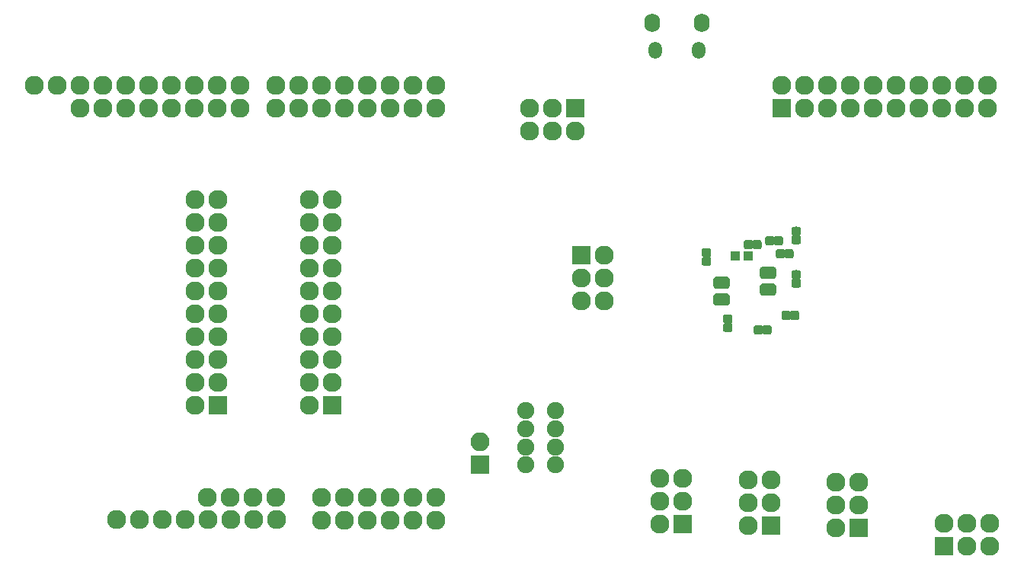
<source format=gbr>
G04 #@! TF.GenerationSoftware,KiCad,Pcbnew,6.0.0-rc1-unknown-r13540.595666d46.fc27*
G04 #@! TF.CreationDate,2018-10-03T14:03:05+02:00*
G04 #@! TF.ProjectId,Bricoleur-pcb,427269636F6C6575722D7063622E6B69,rev?*
G04 #@! TF.SameCoordinates,Original*
G04 #@! TF.FileFunction,Soldermask,Bot*
G04 #@! TF.FilePolarity,Negative*
%FSLAX46Y46*%
G04 Gerber Fmt 4.6, Leading zero omitted, Abs format (unit mm)*
G04 Created by KiCad (PCBNEW 6.0.0-rc1-unknown-r13540.595666d46.fc27) date Wed Oct  3 14:03:05 2018*
%MOMM*%
%LPD*%
G01*
G04 APERTURE LIST*
%ADD10O,2.127200X2.127200*%
%ADD11R,2.127200X2.127200*%
%ADD12C,1.900000*%
%ADD13C,2.127200*%
%ADD14O,2.100000X2.100000*%
%ADD15R,2.100000X2.100000*%
%ADD16O,1.500000X1.900000*%
%ADD17O,1.750000X2.100000*%
%ADD18C,0.100000*%
%ADD19C,0.990000*%
%ADD20C,1.375000*%
%ADD21R,1.100000X1.100000*%
G04 APERTURE END LIST*
D10*
G04 #@! TO.C,U8*
X96996100Y-135426100D03*
X94456100Y-135426100D03*
X96996100Y-132886100D03*
X94456100Y-132886100D03*
X96996100Y-130346100D03*
D11*
X94456100Y-130346100D03*
G04 #@! TD*
D12*
G04 #@! TO.C,U11*
X91634600Y-147644500D03*
X88334600Y-147644500D03*
X91634600Y-149644500D03*
X91634600Y-151644500D03*
X91634600Y-153644500D03*
X88334600Y-149644500D03*
X88334600Y-151644500D03*
X88334600Y-153644500D03*
G04 #@! TD*
D11*
G04 #@! TO.C,J3*
X93795700Y-114020500D03*
D10*
X93795700Y-116560500D03*
X91255700Y-114020500D03*
X91255700Y-116560500D03*
X88715700Y-114020500D03*
X88715700Y-116560500D03*
G04 #@! TD*
D13*
G04 #@! TO.C,U2*
X60577647Y-157258115D03*
X58037647Y-157258115D03*
X55497647Y-157258115D03*
X60589979Y-159692907D03*
X58049979Y-159692907D03*
X55509979Y-159692907D03*
X52969979Y-159692907D03*
X50429979Y-159692907D03*
X47889979Y-159692907D03*
X45349979Y-159692907D03*
X60577647Y-111423815D03*
X65657647Y-159798115D03*
X33665979Y-111432907D03*
X38745979Y-113972907D03*
X42809979Y-159692907D03*
X52957647Y-157258115D03*
X68197647Y-159798115D03*
X70737647Y-159798115D03*
X73277647Y-159798115D03*
X75817647Y-159798115D03*
X78357647Y-159798115D03*
X65657647Y-157258115D03*
X68197647Y-157258115D03*
X70737647Y-157258115D03*
X73277647Y-157258115D03*
X75817647Y-157258115D03*
X78357647Y-157258115D03*
X36205979Y-111432907D03*
X38745979Y-111432907D03*
X41285979Y-111432907D03*
X43825979Y-111432907D03*
X46365979Y-111432907D03*
X48905979Y-111432907D03*
X51445979Y-111432907D03*
X53985979Y-111432907D03*
X56525979Y-111432907D03*
X41285979Y-113972907D03*
X43825979Y-113972907D03*
X46365979Y-113972907D03*
X48905979Y-113972907D03*
X51445979Y-113972907D03*
X53985979Y-113972907D03*
X56525979Y-113972907D03*
X63117647Y-111423815D03*
X65657647Y-111423815D03*
X68197647Y-111423815D03*
X70737647Y-111423815D03*
X73277647Y-111423815D03*
X75817647Y-111423815D03*
X78357647Y-111423815D03*
X60577647Y-113963815D03*
X63117647Y-113963815D03*
X65657647Y-113963815D03*
X68197647Y-113963815D03*
X70737647Y-113963815D03*
X73277647Y-113963815D03*
X75817647Y-113963815D03*
X78357647Y-113963815D03*
G04 #@! TD*
D10*
G04 #@! TO.C,U5*
X51559711Y-124184663D03*
X54099711Y-124184663D03*
X51559711Y-126724663D03*
X54099711Y-126724663D03*
X51559711Y-129264663D03*
X54099711Y-129264663D03*
X51559711Y-131804663D03*
X54099711Y-131804663D03*
X51559711Y-134344663D03*
X54099711Y-134344663D03*
X51559711Y-136884663D03*
X54099711Y-136884663D03*
X51559711Y-139424663D03*
X54099711Y-139424663D03*
X51559711Y-141964663D03*
X54099711Y-141964663D03*
X51559711Y-144504663D03*
X54099711Y-144504663D03*
X51559711Y-147044663D03*
D11*
X54099711Y-147044663D03*
G04 #@! TD*
D10*
G04 #@! TO.C,U6*
X64259711Y-124184663D03*
X66799711Y-124184663D03*
X64259711Y-126724663D03*
X66799711Y-126724663D03*
X64259711Y-129264663D03*
X66799711Y-129264663D03*
X64259711Y-131804663D03*
X66799711Y-131804663D03*
X64259711Y-134344663D03*
X66799711Y-134344663D03*
X64259711Y-136884663D03*
X66799711Y-136884663D03*
X64259711Y-139424663D03*
X66799711Y-139424663D03*
X64259711Y-141964663D03*
X66799711Y-141964663D03*
X64259711Y-144504663D03*
X66799711Y-144504663D03*
X64259711Y-147044663D03*
D11*
X66799711Y-147044663D03*
G04 #@! TD*
D10*
G04 #@! TO.C,U3*
X112998100Y-155279500D03*
X115538100Y-155279500D03*
X112998100Y-157819500D03*
X115538100Y-157819500D03*
X112998100Y-160359500D03*
D11*
X115538100Y-160359500D03*
G04 #@! TD*
D14*
G04 #@! TO.C,TP1*
X83254600Y-151104500D03*
D15*
X83254600Y-153644500D03*
G04 #@! TD*
D16*
G04 #@! TO.C,J1*
X107543600Y-107523500D03*
X102703600Y-107523500D03*
D17*
X107853600Y-104523500D03*
X102393600Y-104523500D03*
G04 #@! TD*
D10*
G04 #@! TO.C,U4*
X122796100Y-155533500D03*
X125336100Y-155533500D03*
X122796100Y-158073500D03*
X125336100Y-158073500D03*
X122796100Y-160613500D03*
D11*
X125336100Y-160613500D03*
G04 #@! TD*
D10*
G04 #@! TO.C,J4*
X139908750Y-160104510D03*
X139908750Y-162644510D03*
X137368750Y-160104510D03*
X137368750Y-162644510D03*
X134828750Y-160104510D03*
D11*
X134828750Y-162644510D03*
G04 #@! TD*
D18*
G04 #@! TO.C,C17*
G36*
X118470244Y-136506407D02*
X118494270Y-136509971D01*
X118517830Y-136515872D01*
X118540699Y-136524055D01*
X118562656Y-136534439D01*
X118583489Y-136546926D01*
X118602997Y-136561395D01*
X118620994Y-136577706D01*
X118637305Y-136595703D01*
X118651774Y-136615211D01*
X118664261Y-136636044D01*
X118674645Y-136658001D01*
X118682828Y-136680870D01*
X118688729Y-136704430D01*
X118692293Y-136728456D01*
X118693485Y-136752715D01*
X118693485Y-137297715D01*
X118692293Y-137321974D01*
X118688729Y-137346000D01*
X118682828Y-137369560D01*
X118674645Y-137392429D01*
X118664261Y-137414386D01*
X118651774Y-137435219D01*
X118637305Y-137454727D01*
X118620994Y-137472724D01*
X118602997Y-137489035D01*
X118583489Y-137503504D01*
X118562656Y-137515991D01*
X118540699Y-137526375D01*
X118517830Y-137534558D01*
X118494270Y-137540459D01*
X118470244Y-137544023D01*
X118445985Y-137545215D01*
X117950985Y-137545215D01*
X117926726Y-137544023D01*
X117902700Y-137540459D01*
X117879140Y-137534558D01*
X117856271Y-137526375D01*
X117834314Y-137515991D01*
X117813481Y-137503504D01*
X117793973Y-137489035D01*
X117775976Y-137472724D01*
X117759665Y-137454727D01*
X117745196Y-137435219D01*
X117732709Y-137414386D01*
X117722325Y-137392429D01*
X117714142Y-137369560D01*
X117708241Y-137346000D01*
X117704677Y-137321974D01*
X117703485Y-137297715D01*
X117703485Y-136752715D01*
X117704677Y-136728456D01*
X117708241Y-136704430D01*
X117714142Y-136680870D01*
X117722325Y-136658001D01*
X117732709Y-136636044D01*
X117745196Y-136615211D01*
X117759665Y-136595703D01*
X117775976Y-136577706D01*
X117793973Y-136561395D01*
X117813481Y-136546926D01*
X117834314Y-136534439D01*
X117856271Y-136524055D01*
X117879140Y-136515872D01*
X117902700Y-136509971D01*
X117926726Y-136506407D01*
X117950985Y-136505215D01*
X118445985Y-136505215D01*
X118470244Y-136506407D01*
X118470244Y-136506407D01*
G37*
D19*
X118198485Y-137025215D03*
D18*
G36*
X117500244Y-136506407D02*
X117524270Y-136509971D01*
X117547830Y-136515872D01*
X117570699Y-136524055D01*
X117592656Y-136534439D01*
X117613489Y-136546926D01*
X117632997Y-136561395D01*
X117650994Y-136577706D01*
X117667305Y-136595703D01*
X117681774Y-136615211D01*
X117694261Y-136636044D01*
X117704645Y-136658001D01*
X117712828Y-136680870D01*
X117718729Y-136704430D01*
X117722293Y-136728456D01*
X117723485Y-136752715D01*
X117723485Y-137297715D01*
X117722293Y-137321974D01*
X117718729Y-137346000D01*
X117712828Y-137369560D01*
X117704645Y-137392429D01*
X117694261Y-137414386D01*
X117681774Y-137435219D01*
X117667305Y-137454727D01*
X117650994Y-137472724D01*
X117632997Y-137489035D01*
X117613489Y-137503504D01*
X117592656Y-137515991D01*
X117570699Y-137526375D01*
X117547830Y-137534558D01*
X117524270Y-137540459D01*
X117500244Y-137544023D01*
X117475985Y-137545215D01*
X116980985Y-137545215D01*
X116956726Y-137544023D01*
X116932700Y-137540459D01*
X116909140Y-137534558D01*
X116886271Y-137526375D01*
X116864314Y-137515991D01*
X116843481Y-137503504D01*
X116823973Y-137489035D01*
X116805976Y-137472724D01*
X116789665Y-137454727D01*
X116775196Y-137435219D01*
X116762709Y-137414386D01*
X116752325Y-137392429D01*
X116744142Y-137369560D01*
X116738241Y-137346000D01*
X116734677Y-137321974D01*
X116733485Y-137297715D01*
X116733485Y-136752715D01*
X116734677Y-136728456D01*
X116738241Y-136704430D01*
X116744142Y-136680870D01*
X116752325Y-136658001D01*
X116762709Y-136636044D01*
X116775196Y-136615211D01*
X116789665Y-136595703D01*
X116805976Y-136577706D01*
X116823973Y-136561395D01*
X116843481Y-136546926D01*
X116864314Y-136534439D01*
X116886271Y-136524055D01*
X116909140Y-136515872D01*
X116932700Y-136509971D01*
X116956726Y-136506407D01*
X116980985Y-136505215D01*
X117475985Y-136505215D01*
X117500244Y-136506407D01*
X117500244Y-136506407D01*
G37*
D19*
X117228485Y-137025215D03*
G04 #@! TD*
D10*
G04 #@! TO.C,U1*
X103238100Y-155152500D03*
X105778100Y-155152500D03*
X103238100Y-157692500D03*
X105778100Y-157692500D03*
X103238100Y-160232500D03*
D11*
X105778100Y-160232500D03*
G04 #@! TD*
D10*
G04 #@! TO.C,J2*
X139642600Y-111480500D03*
X139642600Y-114020500D03*
X137102600Y-111480500D03*
X137102600Y-114020500D03*
X134562600Y-111480500D03*
X134562600Y-114020500D03*
X132022600Y-111480500D03*
X132022600Y-114020500D03*
X129482600Y-111480500D03*
X129482600Y-114020500D03*
X126942600Y-111480500D03*
X126942600Y-114020500D03*
X124402600Y-111480500D03*
X124402600Y-114020500D03*
X121862600Y-111480500D03*
X121862600Y-114020500D03*
X119322600Y-111480500D03*
X119322600Y-114020500D03*
X116782600Y-111480500D03*
D11*
X116782600Y-114020500D03*
G04 #@! TD*
D18*
G04 #@! TO.C,C5*
G36*
X115827028Y-133471950D02*
X115860397Y-133476900D01*
X115893120Y-133485097D01*
X115924882Y-133496461D01*
X115955378Y-133510885D01*
X115984312Y-133528227D01*
X116011408Y-133548323D01*
X116036403Y-133570977D01*
X116059057Y-133595972D01*
X116079153Y-133623068D01*
X116096495Y-133652002D01*
X116110919Y-133682498D01*
X116122283Y-133714260D01*
X116130480Y-133746983D01*
X116135430Y-133780352D01*
X116137085Y-133814045D01*
X116137085Y-134501545D01*
X116135430Y-134535238D01*
X116130480Y-134568607D01*
X116122283Y-134601330D01*
X116110919Y-134633092D01*
X116096495Y-134663588D01*
X116079153Y-134692522D01*
X116059057Y-134719618D01*
X116036403Y-134744613D01*
X116011408Y-134767267D01*
X115984312Y-134787363D01*
X115955378Y-134804705D01*
X115924882Y-134819129D01*
X115893120Y-134830493D01*
X115860397Y-134838690D01*
X115827028Y-134843640D01*
X115793335Y-134845295D01*
X114680835Y-134845295D01*
X114647142Y-134843640D01*
X114613773Y-134838690D01*
X114581050Y-134830493D01*
X114549288Y-134819129D01*
X114518792Y-134804705D01*
X114489858Y-134787363D01*
X114462762Y-134767267D01*
X114437767Y-134744613D01*
X114415113Y-134719618D01*
X114395017Y-134692522D01*
X114377675Y-134663588D01*
X114363251Y-134633092D01*
X114351887Y-134601330D01*
X114343690Y-134568607D01*
X114338740Y-134535238D01*
X114337085Y-134501545D01*
X114337085Y-133814045D01*
X114338740Y-133780352D01*
X114343690Y-133746983D01*
X114351887Y-133714260D01*
X114363251Y-133682498D01*
X114377675Y-133652002D01*
X114395017Y-133623068D01*
X114415113Y-133595972D01*
X114437767Y-133570977D01*
X114462762Y-133548323D01*
X114489858Y-133528227D01*
X114518792Y-133510885D01*
X114549288Y-133496461D01*
X114581050Y-133485097D01*
X114613773Y-133476900D01*
X114647142Y-133471950D01*
X114680835Y-133470295D01*
X115793335Y-133470295D01*
X115827028Y-133471950D01*
X115827028Y-133471950D01*
G37*
D20*
X115237085Y-134157795D03*
D18*
G36*
X115827028Y-131596950D02*
X115860397Y-131601900D01*
X115893120Y-131610097D01*
X115924882Y-131621461D01*
X115955378Y-131635885D01*
X115984312Y-131653227D01*
X116011408Y-131673323D01*
X116036403Y-131695977D01*
X116059057Y-131720972D01*
X116079153Y-131748068D01*
X116096495Y-131777002D01*
X116110919Y-131807498D01*
X116122283Y-131839260D01*
X116130480Y-131871983D01*
X116135430Y-131905352D01*
X116137085Y-131939045D01*
X116137085Y-132626545D01*
X116135430Y-132660238D01*
X116130480Y-132693607D01*
X116122283Y-132726330D01*
X116110919Y-132758092D01*
X116096495Y-132788588D01*
X116079153Y-132817522D01*
X116059057Y-132844618D01*
X116036403Y-132869613D01*
X116011408Y-132892267D01*
X115984312Y-132912363D01*
X115955378Y-132929705D01*
X115924882Y-132944129D01*
X115893120Y-132955493D01*
X115860397Y-132963690D01*
X115827028Y-132968640D01*
X115793335Y-132970295D01*
X114680835Y-132970295D01*
X114647142Y-132968640D01*
X114613773Y-132963690D01*
X114581050Y-132955493D01*
X114549288Y-132944129D01*
X114518792Y-132929705D01*
X114489858Y-132912363D01*
X114462762Y-132892267D01*
X114437767Y-132869613D01*
X114415113Y-132844618D01*
X114395017Y-132817522D01*
X114377675Y-132788588D01*
X114363251Y-132758092D01*
X114351887Y-132726330D01*
X114343690Y-132693607D01*
X114338740Y-132660238D01*
X114337085Y-132626545D01*
X114337085Y-131939045D01*
X114338740Y-131905352D01*
X114343690Y-131871983D01*
X114351887Y-131839260D01*
X114363251Y-131807498D01*
X114377675Y-131777002D01*
X114395017Y-131748068D01*
X114415113Y-131720972D01*
X114437767Y-131695977D01*
X114462762Y-131673323D01*
X114489858Y-131653227D01*
X114518792Y-131635885D01*
X114549288Y-131621461D01*
X114581050Y-131610097D01*
X114613773Y-131601900D01*
X114647142Y-131596950D01*
X114680835Y-131595295D01*
X115793335Y-131595295D01*
X115827028Y-131596950D01*
X115827028Y-131596950D01*
G37*
D20*
X115237085Y-132282795D03*
G04 #@! TD*
D18*
G04 #@! TO.C,C6*
G36*
X118660344Y-132957487D02*
X118684370Y-132961051D01*
X118707930Y-132966952D01*
X118730799Y-132975135D01*
X118752756Y-132985519D01*
X118773589Y-132998006D01*
X118793097Y-133012475D01*
X118811094Y-133028786D01*
X118827405Y-133046783D01*
X118841874Y-133066291D01*
X118854361Y-133087124D01*
X118864745Y-133109081D01*
X118872928Y-133131950D01*
X118878829Y-133155510D01*
X118882393Y-133179536D01*
X118883585Y-133203795D01*
X118883585Y-133698795D01*
X118882393Y-133723054D01*
X118878829Y-133747080D01*
X118872928Y-133770640D01*
X118864745Y-133793509D01*
X118854361Y-133815466D01*
X118841874Y-133836299D01*
X118827405Y-133855807D01*
X118811094Y-133873804D01*
X118793097Y-133890115D01*
X118773589Y-133904584D01*
X118752756Y-133917071D01*
X118730799Y-133927455D01*
X118707930Y-133935638D01*
X118684370Y-133941539D01*
X118660344Y-133945103D01*
X118636085Y-133946295D01*
X118091085Y-133946295D01*
X118066826Y-133945103D01*
X118042800Y-133941539D01*
X118019240Y-133935638D01*
X117996371Y-133927455D01*
X117974414Y-133917071D01*
X117953581Y-133904584D01*
X117934073Y-133890115D01*
X117916076Y-133873804D01*
X117899765Y-133855807D01*
X117885296Y-133836299D01*
X117872809Y-133815466D01*
X117862425Y-133793509D01*
X117854242Y-133770640D01*
X117848341Y-133747080D01*
X117844777Y-133723054D01*
X117843585Y-133698795D01*
X117843585Y-133203795D01*
X117844777Y-133179536D01*
X117848341Y-133155510D01*
X117854242Y-133131950D01*
X117862425Y-133109081D01*
X117872809Y-133087124D01*
X117885296Y-133066291D01*
X117899765Y-133046783D01*
X117916076Y-133028786D01*
X117934073Y-133012475D01*
X117953581Y-132998006D01*
X117974414Y-132985519D01*
X117996371Y-132975135D01*
X118019240Y-132966952D01*
X118042800Y-132961051D01*
X118066826Y-132957487D01*
X118091085Y-132956295D01*
X118636085Y-132956295D01*
X118660344Y-132957487D01*
X118660344Y-132957487D01*
G37*
D19*
X118363585Y-133451295D03*
D18*
G36*
X118660344Y-131987487D02*
X118684370Y-131991051D01*
X118707930Y-131996952D01*
X118730799Y-132005135D01*
X118752756Y-132015519D01*
X118773589Y-132028006D01*
X118793097Y-132042475D01*
X118811094Y-132058786D01*
X118827405Y-132076783D01*
X118841874Y-132096291D01*
X118854361Y-132117124D01*
X118864745Y-132139081D01*
X118872928Y-132161950D01*
X118878829Y-132185510D01*
X118882393Y-132209536D01*
X118883585Y-132233795D01*
X118883585Y-132728795D01*
X118882393Y-132753054D01*
X118878829Y-132777080D01*
X118872928Y-132800640D01*
X118864745Y-132823509D01*
X118854361Y-132845466D01*
X118841874Y-132866299D01*
X118827405Y-132885807D01*
X118811094Y-132903804D01*
X118793097Y-132920115D01*
X118773589Y-132934584D01*
X118752756Y-132947071D01*
X118730799Y-132957455D01*
X118707930Y-132965638D01*
X118684370Y-132971539D01*
X118660344Y-132975103D01*
X118636085Y-132976295D01*
X118091085Y-132976295D01*
X118066826Y-132975103D01*
X118042800Y-132971539D01*
X118019240Y-132965638D01*
X117996371Y-132957455D01*
X117974414Y-132947071D01*
X117953581Y-132934584D01*
X117934073Y-132920115D01*
X117916076Y-132903804D01*
X117899765Y-132885807D01*
X117885296Y-132866299D01*
X117872809Y-132845466D01*
X117862425Y-132823509D01*
X117854242Y-132800640D01*
X117848341Y-132777080D01*
X117844777Y-132753054D01*
X117843585Y-132728795D01*
X117843585Y-132233795D01*
X117844777Y-132209536D01*
X117848341Y-132185510D01*
X117854242Y-132161950D01*
X117862425Y-132139081D01*
X117872809Y-132117124D01*
X117885296Y-132096291D01*
X117899765Y-132076783D01*
X117916076Y-132058786D01*
X117934073Y-132042475D01*
X117953581Y-132028006D01*
X117974414Y-132015519D01*
X117996371Y-132005135D01*
X118019240Y-131996952D01*
X118042800Y-131991051D01*
X118066826Y-131987487D01*
X118091085Y-131986295D01*
X118636085Y-131986295D01*
X118660344Y-131987487D01*
X118660344Y-131987487D01*
G37*
D19*
X118363585Y-132481295D03*
G04 #@! TD*
D18*
G04 #@! TO.C,C7*
G36*
X118660344Y-127161487D02*
X118684370Y-127165051D01*
X118707930Y-127170952D01*
X118730799Y-127179135D01*
X118752756Y-127189519D01*
X118773589Y-127202006D01*
X118793097Y-127216475D01*
X118811094Y-127232786D01*
X118827405Y-127250783D01*
X118841874Y-127270291D01*
X118854361Y-127291124D01*
X118864745Y-127313081D01*
X118872928Y-127335950D01*
X118878829Y-127359510D01*
X118882393Y-127383536D01*
X118883585Y-127407795D01*
X118883585Y-127902795D01*
X118882393Y-127927054D01*
X118878829Y-127951080D01*
X118872928Y-127974640D01*
X118864745Y-127997509D01*
X118854361Y-128019466D01*
X118841874Y-128040299D01*
X118827405Y-128059807D01*
X118811094Y-128077804D01*
X118793097Y-128094115D01*
X118773589Y-128108584D01*
X118752756Y-128121071D01*
X118730799Y-128131455D01*
X118707930Y-128139638D01*
X118684370Y-128145539D01*
X118660344Y-128149103D01*
X118636085Y-128150295D01*
X118091085Y-128150295D01*
X118066826Y-128149103D01*
X118042800Y-128145539D01*
X118019240Y-128139638D01*
X117996371Y-128131455D01*
X117974414Y-128121071D01*
X117953581Y-128108584D01*
X117934073Y-128094115D01*
X117916076Y-128077804D01*
X117899765Y-128059807D01*
X117885296Y-128040299D01*
X117872809Y-128019466D01*
X117862425Y-127997509D01*
X117854242Y-127974640D01*
X117848341Y-127951080D01*
X117844777Y-127927054D01*
X117843585Y-127902795D01*
X117843585Y-127407795D01*
X117844777Y-127383536D01*
X117848341Y-127359510D01*
X117854242Y-127335950D01*
X117862425Y-127313081D01*
X117872809Y-127291124D01*
X117885296Y-127270291D01*
X117899765Y-127250783D01*
X117916076Y-127232786D01*
X117934073Y-127216475D01*
X117953581Y-127202006D01*
X117974414Y-127189519D01*
X117996371Y-127179135D01*
X118019240Y-127170952D01*
X118042800Y-127165051D01*
X118066826Y-127161487D01*
X118091085Y-127160295D01*
X118636085Y-127160295D01*
X118660344Y-127161487D01*
X118660344Y-127161487D01*
G37*
D19*
X118363585Y-127655295D03*
D18*
G36*
X118660344Y-128131487D02*
X118684370Y-128135051D01*
X118707930Y-128140952D01*
X118730799Y-128149135D01*
X118752756Y-128159519D01*
X118773589Y-128172006D01*
X118793097Y-128186475D01*
X118811094Y-128202786D01*
X118827405Y-128220783D01*
X118841874Y-128240291D01*
X118854361Y-128261124D01*
X118864745Y-128283081D01*
X118872928Y-128305950D01*
X118878829Y-128329510D01*
X118882393Y-128353536D01*
X118883585Y-128377795D01*
X118883585Y-128872795D01*
X118882393Y-128897054D01*
X118878829Y-128921080D01*
X118872928Y-128944640D01*
X118864745Y-128967509D01*
X118854361Y-128989466D01*
X118841874Y-129010299D01*
X118827405Y-129029807D01*
X118811094Y-129047804D01*
X118793097Y-129064115D01*
X118773589Y-129078584D01*
X118752756Y-129091071D01*
X118730799Y-129101455D01*
X118707930Y-129109638D01*
X118684370Y-129115539D01*
X118660344Y-129119103D01*
X118636085Y-129120295D01*
X118091085Y-129120295D01*
X118066826Y-129119103D01*
X118042800Y-129115539D01*
X118019240Y-129109638D01*
X117996371Y-129101455D01*
X117974414Y-129091071D01*
X117953581Y-129078584D01*
X117934073Y-129064115D01*
X117916076Y-129047804D01*
X117899765Y-129029807D01*
X117885296Y-129010299D01*
X117872809Y-128989466D01*
X117862425Y-128967509D01*
X117854242Y-128944640D01*
X117848341Y-128921080D01*
X117844777Y-128897054D01*
X117843585Y-128872795D01*
X117843585Y-128377795D01*
X117844777Y-128353536D01*
X117848341Y-128329510D01*
X117854242Y-128305950D01*
X117862425Y-128283081D01*
X117872809Y-128261124D01*
X117885296Y-128240291D01*
X117899765Y-128220783D01*
X117916076Y-128202786D01*
X117934073Y-128186475D01*
X117953581Y-128172006D01*
X117974414Y-128159519D01*
X117996371Y-128149135D01*
X118019240Y-128140952D01*
X118042800Y-128135051D01*
X118066826Y-128131487D01*
X118091085Y-128130295D01*
X118636085Y-128130295D01*
X118660344Y-128131487D01*
X118660344Y-128131487D01*
G37*
D19*
X118363585Y-128625295D03*
G04 #@! TD*
D18*
G04 #@! TO.C,C8*
G36*
X111065744Y-136910007D02*
X111089770Y-136913571D01*
X111113330Y-136919472D01*
X111136199Y-136927655D01*
X111158156Y-136938039D01*
X111178989Y-136950526D01*
X111198497Y-136964995D01*
X111216494Y-136981306D01*
X111232805Y-136999303D01*
X111247274Y-137018811D01*
X111259761Y-137039644D01*
X111270145Y-137061601D01*
X111278328Y-137084470D01*
X111284229Y-137108030D01*
X111287793Y-137132056D01*
X111288985Y-137156315D01*
X111288985Y-137651315D01*
X111287793Y-137675574D01*
X111284229Y-137699600D01*
X111278328Y-137723160D01*
X111270145Y-137746029D01*
X111259761Y-137767986D01*
X111247274Y-137788819D01*
X111232805Y-137808327D01*
X111216494Y-137826324D01*
X111198497Y-137842635D01*
X111178989Y-137857104D01*
X111158156Y-137869591D01*
X111136199Y-137879975D01*
X111113330Y-137888158D01*
X111089770Y-137894059D01*
X111065744Y-137897623D01*
X111041485Y-137898815D01*
X110496485Y-137898815D01*
X110472226Y-137897623D01*
X110448200Y-137894059D01*
X110424640Y-137888158D01*
X110401771Y-137879975D01*
X110379814Y-137869591D01*
X110358981Y-137857104D01*
X110339473Y-137842635D01*
X110321476Y-137826324D01*
X110305165Y-137808327D01*
X110290696Y-137788819D01*
X110278209Y-137767986D01*
X110267825Y-137746029D01*
X110259642Y-137723160D01*
X110253741Y-137699600D01*
X110250177Y-137675574D01*
X110248985Y-137651315D01*
X110248985Y-137156315D01*
X110250177Y-137132056D01*
X110253741Y-137108030D01*
X110259642Y-137084470D01*
X110267825Y-137061601D01*
X110278209Y-137039644D01*
X110290696Y-137018811D01*
X110305165Y-136999303D01*
X110321476Y-136981306D01*
X110339473Y-136964995D01*
X110358981Y-136950526D01*
X110379814Y-136938039D01*
X110401771Y-136927655D01*
X110424640Y-136919472D01*
X110448200Y-136913571D01*
X110472226Y-136910007D01*
X110496485Y-136908815D01*
X111041485Y-136908815D01*
X111065744Y-136910007D01*
X111065744Y-136910007D01*
G37*
D19*
X110768985Y-137403815D03*
D18*
G36*
X111065744Y-137880007D02*
X111089770Y-137883571D01*
X111113330Y-137889472D01*
X111136199Y-137897655D01*
X111158156Y-137908039D01*
X111178989Y-137920526D01*
X111198497Y-137934995D01*
X111216494Y-137951306D01*
X111232805Y-137969303D01*
X111247274Y-137988811D01*
X111259761Y-138009644D01*
X111270145Y-138031601D01*
X111278328Y-138054470D01*
X111284229Y-138078030D01*
X111287793Y-138102056D01*
X111288985Y-138126315D01*
X111288985Y-138621315D01*
X111287793Y-138645574D01*
X111284229Y-138669600D01*
X111278328Y-138693160D01*
X111270145Y-138716029D01*
X111259761Y-138737986D01*
X111247274Y-138758819D01*
X111232805Y-138778327D01*
X111216494Y-138796324D01*
X111198497Y-138812635D01*
X111178989Y-138827104D01*
X111158156Y-138839591D01*
X111136199Y-138849975D01*
X111113330Y-138858158D01*
X111089770Y-138864059D01*
X111065744Y-138867623D01*
X111041485Y-138868815D01*
X110496485Y-138868815D01*
X110472226Y-138867623D01*
X110448200Y-138864059D01*
X110424640Y-138858158D01*
X110401771Y-138849975D01*
X110379814Y-138839591D01*
X110358981Y-138827104D01*
X110339473Y-138812635D01*
X110321476Y-138796324D01*
X110305165Y-138778327D01*
X110290696Y-138758819D01*
X110278209Y-138737986D01*
X110267825Y-138716029D01*
X110259642Y-138693160D01*
X110253741Y-138669600D01*
X110250177Y-138645574D01*
X110248985Y-138621315D01*
X110248985Y-138126315D01*
X110250177Y-138102056D01*
X110253741Y-138078030D01*
X110259642Y-138054470D01*
X110267825Y-138031601D01*
X110278209Y-138009644D01*
X110290696Y-137988811D01*
X110305165Y-137969303D01*
X110321476Y-137951306D01*
X110339473Y-137934995D01*
X110358981Y-137920526D01*
X110379814Y-137908039D01*
X110401771Y-137897655D01*
X110424640Y-137889472D01*
X110448200Y-137883571D01*
X110472226Y-137880007D01*
X110496485Y-137878815D01*
X111041485Y-137878815D01*
X111065744Y-137880007D01*
X111065744Y-137880007D01*
G37*
D19*
X110768985Y-138373815D03*
G04 #@! TD*
D18*
G04 #@! TO.C,C9*
G36*
X115699244Y-128226007D02*
X115723270Y-128229571D01*
X115746830Y-128235472D01*
X115769699Y-128243655D01*
X115791656Y-128254039D01*
X115812489Y-128266526D01*
X115831997Y-128280995D01*
X115849994Y-128297306D01*
X115866305Y-128315303D01*
X115880774Y-128334811D01*
X115893261Y-128355644D01*
X115903645Y-128377601D01*
X115911828Y-128400470D01*
X115917729Y-128424030D01*
X115921293Y-128448056D01*
X115922485Y-128472315D01*
X115922485Y-129017315D01*
X115921293Y-129041574D01*
X115917729Y-129065600D01*
X115911828Y-129089160D01*
X115903645Y-129112029D01*
X115893261Y-129133986D01*
X115880774Y-129154819D01*
X115866305Y-129174327D01*
X115849994Y-129192324D01*
X115831997Y-129208635D01*
X115812489Y-129223104D01*
X115791656Y-129235591D01*
X115769699Y-129245975D01*
X115746830Y-129254158D01*
X115723270Y-129260059D01*
X115699244Y-129263623D01*
X115674985Y-129264815D01*
X115179985Y-129264815D01*
X115155726Y-129263623D01*
X115131700Y-129260059D01*
X115108140Y-129254158D01*
X115085271Y-129245975D01*
X115063314Y-129235591D01*
X115042481Y-129223104D01*
X115022973Y-129208635D01*
X115004976Y-129192324D01*
X114988665Y-129174327D01*
X114974196Y-129154819D01*
X114961709Y-129133986D01*
X114951325Y-129112029D01*
X114943142Y-129089160D01*
X114937241Y-129065600D01*
X114933677Y-129041574D01*
X114932485Y-129017315D01*
X114932485Y-128472315D01*
X114933677Y-128448056D01*
X114937241Y-128424030D01*
X114943142Y-128400470D01*
X114951325Y-128377601D01*
X114961709Y-128355644D01*
X114974196Y-128334811D01*
X114988665Y-128315303D01*
X115004976Y-128297306D01*
X115022973Y-128280995D01*
X115042481Y-128266526D01*
X115063314Y-128254039D01*
X115085271Y-128243655D01*
X115108140Y-128235472D01*
X115131700Y-128229571D01*
X115155726Y-128226007D01*
X115179985Y-128224815D01*
X115674985Y-128224815D01*
X115699244Y-128226007D01*
X115699244Y-128226007D01*
G37*
D19*
X115427485Y-128744815D03*
D18*
G36*
X116669244Y-128226007D02*
X116693270Y-128229571D01*
X116716830Y-128235472D01*
X116739699Y-128243655D01*
X116761656Y-128254039D01*
X116782489Y-128266526D01*
X116801997Y-128280995D01*
X116819994Y-128297306D01*
X116836305Y-128315303D01*
X116850774Y-128334811D01*
X116863261Y-128355644D01*
X116873645Y-128377601D01*
X116881828Y-128400470D01*
X116887729Y-128424030D01*
X116891293Y-128448056D01*
X116892485Y-128472315D01*
X116892485Y-129017315D01*
X116891293Y-129041574D01*
X116887729Y-129065600D01*
X116881828Y-129089160D01*
X116873645Y-129112029D01*
X116863261Y-129133986D01*
X116850774Y-129154819D01*
X116836305Y-129174327D01*
X116819994Y-129192324D01*
X116801997Y-129208635D01*
X116782489Y-129223104D01*
X116761656Y-129235591D01*
X116739699Y-129245975D01*
X116716830Y-129254158D01*
X116693270Y-129260059D01*
X116669244Y-129263623D01*
X116644985Y-129264815D01*
X116149985Y-129264815D01*
X116125726Y-129263623D01*
X116101700Y-129260059D01*
X116078140Y-129254158D01*
X116055271Y-129245975D01*
X116033314Y-129235591D01*
X116012481Y-129223104D01*
X115992973Y-129208635D01*
X115974976Y-129192324D01*
X115958665Y-129174327D01*
X115944196Y-129154819D01*
X115931709Y-129133986D01*
X115921325Y-129112029D01*
X115913142Y-129089160D01*
X115907241Y-129065600D01*
X115903677Y-129041574D01*
X115902485Y-129017315D01*
X115902485Y-128472315D01*
X115903677Y-128448056D01*
X115907241Y-128424030D01*
X115913142Y-128400470D01*
X115921325Y-128377601D01*
X115931709Y-128355644D01*
X115944196Y-128334811D01*
X115958665Y-128315303D01*
X115974976Y-128297306D01*
X115992973Y-128280995D01*
X116012481Y-128266526D01*
X116033314Y-128254039D01*
X116055271Y-128243655D01*
X116078140Y-128235472D01*
X116101700Y-128229571D01*
X116125726Y-128226007D01*
X116149985Y-128224815D01*
X116644985Y-128224815D01*
X116669244Y-128226007D01*
X116669244Y-128226007D01*
G37*
D19*
X116397485Y-128744815D03*
G04 #@! TD*
D18*
G04 #@! TO.C,C10*
G36*
X116880344Y-129653487D02*
X116904370Y-129657051D01*
X116927930Y-129662952D01*
X116950799Y-129671135D01*
X116972756Y-129681519D01*
X116993589Y-129694006D01*
X117013097Y-129708475D01*
X117031094Y-129724786D01*
X117047405Y-129742783D01*
X117061874Y-129762291D01*
X117074361Y-129783124D01*
X117084745Y-129805081D01*
X117092928Y-129827950D01*
X117098829Y-129851510D01*
X117102393Y-129875536D01*
X117103585Y-129899795D01*
X117103585Y-130444795D01*
X117102393Y-130469054D01*
X117098829Y-130493080D01*
X117092928Y-130516640D01*
X117084745Y-130539509D01*
X117074361Y-130561466D01*
X117061874Y-130582299D01*
X117047405Y-130601807D01*
X117031094Y-130619804D01*
X117013097Y-130636115D01*
X116993589Y-130650584D01*
X116972756Y-130663071D01*
X116950799Y-130673455D01*
X116927930Y-130681638D01*
X116904370Y-130687539D01*
X116880344Y-130691103D01*
X116856085Y-130692295D01*
X116361085Y-130692295D01*
X116336826Y-130691103D01*
X116312800Y-130687539D01*
X116289240Y-130681638D01*
X116266371Y-130673455D01*
X116244414Y-130663071D01*
X116223581Y-130650584D01*
X116204073Y-130636115D01*
X116186076Y-130619804D01*
X116169765Y-130601807D01*
X116155296Y-130582299D01*
X116142809Y-130561466D01*
X116132425Y-130539509D01*
X116124242Y-130516640D01*
X116118341Y-130493080D01*
X116114777Y-130469054D01*
X116113585Y-130444795D01*
X116113585Y-129899795D01*
X116114777Y-129875536D01*
X116118341Y-129851510D01*
X116124242Y-129827950D01*
X116132425Y-129805081D01*
X116142809Y-129783124D01*
X116155296Y-129762291D01*
X116169765Y-129742783D01*
X116186076Y-129724786D01*
X116204073Y-129708475D01*
X116223581Y-129694006D01*
X116244414Y-129681519D01*
X116266371Y-129671135D01*
X116289240Y-129662952D01*
X116312800Y-129657051D01*
X116336826Y-129653487D01*
X116361085Y-129652295D01*
X116856085Y-129652295D01*
X116880344Y-129653487D01*
X116880344Y-129653487D01*
G37*
D19*
X116608585Y-130172295D03*
D18*
G36*
X117850344Y-129653487D02*
X117874370Y-129657051D01*
X117897930Y-129662952D01*
X117920799Y-129671135D01*
X117942756Y-129681519D01*
X117963589Y-129694006D01*
X117983097Y-129708475D01*
X118001094Y-129724786D01*
X118017405Y-129742783D01*
X118031874Y-129762291D01*
X118044361Y-129783124D01*
X118054745Y-129805081D01*
X118062928Y-129827950D01*
X118068829Y-129851510D01*
X118072393Y-129875536D01*
X118073585Y-129899795D01*
X118073585Y-130444795D01*
X118072393Y-130469054D01*
X118068829Y-130493080D01*
X118062928Y-130516640D01*
X118054745Y-130539509D01*
X118044361Y-130561466D01*
X118031874Y-130582299D01*
X118017405Y-130601807D01*
X118001094Y-130619804D01*
X117983097Y-130636115D01*
X117963589Y-130650584D01*
X117942756Y-130663071D01*
X117920799Y-130673455D01*
X117897930Y-130681638D01*
X117874370Y-130687539D01*
X117850344Y-130691103D01*
X117826085Y-130692295D01*
X117331085Y-130692295D01*
X117306826Y-130691103D01*
X117282800Y-130687539D01*
X117259240Y-130681638D01*
X117236371Y-130673455D01*
X117214414Y-130663071D01*
X117193581Y-130650584D01*
X117174073Y-130636115D01*
X117156076Y-130619804D01*
X117139765Y-130601807D01*
X117125296Y-130582299D01*
X117112809Y-130561466D01*
X117102425Y-130539509D01*
X117094242Y-130516640D01*
X117088341Y-130493080D01*
X117084777Y-130469054D01*
X117083585Y-130444795D01*
X117083585Y-129899795D01*
X117084777Y-129875536D01*
X117088341Y-129851510D01*
X117094242Y-129827950D01*
X117102425Y-129805081D01*
X117112809Y-129783124D01*
X117125296Y-129762291D01*
X117139765Y-129742783D01*
X117156076Y-129724786D01*
X117174073Y-129708475D01*
X117193581Y-129694006D01*
X117214414Y-129681519D01*
X117236371Y-129671135D01*
X117259240Y-129662952D01*
X117282800Y-129657051D01*
X117306826Y-129653487D01*
X117331085Y-129652295D01*
X117826085Y-129652295D01*
X117850344Y-129653487D01*
X117850344Y-129653487D01*
G37*
D19*
X117578585Y-130172295D03*
G04 #@! TD*
D18*
G04 #@! TO.C,C11*
G36*
X114429244Y-138132007D02*
X114453270Y-138135571D01*
X114476830Y-138141472D01*
X114499699Y-138149655D01*
X114521656Y-138160039D01*
X114542489Y-138172526D01*
X114561997Y-138186995D01*
X114579994Y-138203306D01*
X114596305Y-138221303D01*
X114610774Y-138240811D01*
X114623261Y-138261644D01*
X114633645Y-138283601D01*
X114641828Y-138306470D01*
X114647729Y-138330030D01*
X114651293Y-138354056D01*
X114652485Y-138378315D01*
X114652485Y-138923315D01*
X114651293Y-138947574D01*
X114647729Y-138971600D01*
X114641828Y-138995160D01*
X114633645Y-139018029D01*
X114623261Y-139039986D01*
X114610774Y-139060819D01*
X114596305Y-139080327D01*
X114579994Y-139098324D01*
X114561997Y-139114635D01*
X114542489Y-139129104D01*
X114521656Y-139141591D01*
X114499699Y-139151975D01*
X114476830Y-139160158D01*
X114453270Y-139166059D01*
X114429244Y-139169623D01*
X114404985Y-139170815D01*
X113909985Y-139170815D01*
X113885726Y-139169623D01*
X113861700Y-139166059D01*
X113838140Y-139160158D01*
X113815271Y-139151975D01*
X113793314Y-139141591D01*
X113772481Y-139129104D01*
X113752973Y-139114635D01*
X113734976Y-139098324D01*
X113718665Y-139080327D01*
X113704196Y-139060819D01*
X113691709Y-139039986D01*
X113681325Y-139018029D01*
X113673142Y-138995160D01*
X113667241Y-138971600D01*
X113663677Y-138947574D01*
X113662485Y-138923315D01*
X113662485Y-138378315D01*
X113663677Y-138354056D01*
X113667241Y-138330030D01*
X113673142Y-138306470D01*
X113681325Y-138283601D01*
X113691709Y-138261644D01*
X113704196Y-138240811D01*
X113718665Y-138221303D01*
X113734976Y-138203306D01*
X113752973Y-138186995D01*
X113772481Y-138172526D01*
X113793314Y-138160039D01*
X113815271Y-138149655D01*
X113838140Y-138141472D01*
X113861700Y-138135571D01*
X113885726Y-138132007D01*
X113909985Y-138130815D01*
X114404985Y-138130815D01*
X114429244Y-138132007D01*
X114429244Y-138132007D01*
G37*
D19*
X114157485Y-138650815D03*
D18*
G36*
X115399244Y-138132007D02*
X115423270Y-138135571D01*
X115446830Y-138141472D01*
X115469699Y-138149655D01*
X115491656Y-138160039D01*
X115512489Y-138172526D01*
X115531997Y-138186995D01*
X115549994Y-138203306D01*
X115566305Y-138221303D01*
X115580774Y-138240811D01*
X115593261Y-138261644D01*
X115603645Y-138283601D01*
X115611828Y-138306470D01*
X115617729Y-138330030D01*
X115621293Y-138354056D01*
X115622485Y-138378315D01*
X115622485Y-138923315D01*
X115621293Y-138947574D01*
X115617729Y-138971600D01*
X115611828Y-138995160D01*
X115603645Y-139018029D01*
X115593261Y-139039986D01*
X115580774Y-139060819D01*
X115566305Y-139080327D01*
X115549994Y-139098324D01*
X115531997Y-139114635D01*
X115512489Y-139129104D01*
X115491656Y-139141591D01*
X115469699Y-139151975D01*
X115446830Y-139160158D01*
X115423270Y-139166059D01*
X115399244Y-139169623D01*
X115374985Y-139170815D01*
X114879985Y-139170815D01*
X114855726Y-139169623D01*
X114831700Y-139166059D01*
X114808140Y-139160158D01*
X114785271Y-139151975D01*
X114763314Y-139141591D01*
X114742481Y-139129104D01*
X114722973Y-139114635D01*
X114704976Y-139098324D01*
X114688665Y-139080327D01*
X114674196Y-139060819D01*
X114661709Y-139039986D01*
X114651325Y-139018029D01*
X114643142Y-138995160D01*
X114637241Y-138971600D01*
X114633677Y-138947574D01*
X114632485Y-138923315D01*
X114632485Y-138378315D01*
X114633677Y-138354056D01*
X114637241Y-138330030D01*
X114643142Y-138306470D01*
X114651325Y-138283601D01*
X114661709Y-138261644D01*
X114674196Y-138240811D01*
X114688665Y-138221303D01*
X114704976Y-138203306D01*
X114722973Y-138186995D01*
X114742481Y-138172526D01*
X114763314Y-138160039D01*
X114785271Y-138149655D01*
X114808140Y-138141472D01*
X114831700Y-138135571D01*
X114855726Y-138132007D01*
X114879985Y-138130815D01*
X115374985Y-138130815D01*
X115399244Y-138132007D01*
X115399244Y-138132007D01*
G37*
D19*
X115127485Y-138650815D03*
G04 #@! TD*
D18*
G04 #@! TO.C,C12*
G36*
X108690844Y-130514007D02*
X108714870Y-130517571D01*
X108738430Y-130523472D01*
X108761299Y-130531655D01*
X108783256Y-130542039D01*
X108804089Y-130554526D01*
X108823597Y-130568995D01*
X108841594Y-130585306D01*
X108857905Y-130603303D01*
X108872374Y-130622811D01*
X108884861Y-130643644D01*
X108895245Y-130665601D01*
X108903428Y-130688470D01*
X108909329Y-130712030D01*
X108912893Y-130736056D01*
X108914085Y-130760315D01*
X108914085Y-131255315D01*
X108912893Y-131279574D01*
X108909329Y-131303600D01*
X108903428Y-131327160D01*
X108895245Y-131350029D01*
X108884861Y-131371986D01*
X108872374Y-131392819D01*
X108857905Y-131412327D01*
X108841594Y-131430324D01*
X108823597Y-131446635D01*
X108804089Y-131461104D01*
X108783256Y-131473591D01*
X108761299Y-131483975D01*
X108738430Y-131492158D01*
X108714870Y-131498059D01*
X108690844Y-131501623D01*
X108666585Y-131502815D01*
X108121585Y-131502815D01*
X108097326Y-131501623D01*
X108073300Y-131498059D01*
X108049740Y-131492158D01*
X108026871Y-131483975D01*
X108004914Y-131473591D01*
X107984081Y-131461104D01*
X107964573Y-131446635D01*
X107946576Y-131430324D01*
X107930265Y-131412327D01*
X107915796Y-131392819D01*
X107903309Y-131371986D01*
X107892925Y-131350029D01*
X107884742Y-131327160D01*
X107878841Y-131303600D01*
X107875277Y-131279574D01*
X107874085Y-131255315D01*
X107874085Y-130760315D01*
X107875277Y-130736056D01*
X107878841Y-130712030D01*
X107884742Y-130688470D01*
X107892925Y-130665601D01*
X107903309Y-130643644D01*
X107915796Y-130622811D01*
X107930265Y-130603303D01*
X107946576Y-130585306D01*
X107964573Y-130568995D01*
X107984081Y-130554526D01*
X108004914Y-130542039D01*
X108026871Y-130531655D01*
X108049740Y-130523472D01*
X108073300Y-130517571D01*
X108097326Y-130514007D01*
X108121585Y-130512815D01*
X108666585Y-130512815D01*
X108690844Y-130514007D01*
X108690844Y-130514007D01*
G37*
D19*
X108394085Y-131007815D03*
D18*
G36*
X108690844Y-129544007D02*
X108714870Y-129547571D01*
X108738430Y-129553472D01*
X108761299Y-129561655D01*
X108783256Y-129572039D01*
X108804089Y-129584526D01*
X108823597Y-129598995D01*
X108841594Y-129615306D01*
X108857905Y-129633303D01*
X108872374Y-129652811D01*
X108884861Y-129673644D01*
X108895245Y-129695601D01*
X108903428Y-129718470D01*
X108909329Y-129742030D01*
X108912893Y-129766056D01*
X108914085Y-129790315D01*
X108914085Y-130285315D01*
X108912893Y-130309574D01*
X108909329Y-130333600D01*
X108903428Y-130357160D01*
X108895245Y-130380029D01*
X108884861Y-130401986D01*
X108872374Y-130422819D01*
X108857905Y-130442327D01*
X108841594Y-130460324D01*
X108823597Y-130476635D01*
X108804089Y-130491104D01*
X108783256Y-130503591D01*
X108761299Y-130513975D01*
X108738430Y-130522158D01*
X108714870Y-130528059D01*
X108690844Y-130531623D01*
X108666585Y-130532815D01*
X108121585Y-130532815D01*
X108097326Y-130531623D01*
X108073300Y-130528059D01*
X108049740Y-130522158D01*
X108026871Y-130513975D01*
X108004914Y-130503591D01*
X107984081Y-130491104D01*
X107964573Y-130476635D01*
X107946576Y-130460324D01*
X107930265Y-130442327D01*
X107915796Y-130422819D01*
X107903309Y-130401986D01*
X107892925Y-130380029D01*
X107884742Y-130357160D01*
X107878841Y-130333600D01*
X107875277Y-130309574D01*
X107874085Y-130285315D01*
X107874085Y-129790315D01*
X107875277Y-129766056D01*
X107878841Y-129742030D01*
X107884742Y-129718470D01*
X107892925Y-129695601D01*
X107903309Y-129673644D01*
X107915796Y-129652811D01*
X107930265Y-129633303D01*
X107946576Y-129615306D01*
X107964573Y-129598995D01*
X107984081Y-129584526D01*
X108004914Y-129572039D01*
X108026871Y-129561655D01*
X108049740Y-129553472D01*
X108073300Y-129547571D01*
X108097326Y-129544007D01*
X108121585Y-129542815D01*
X108666585Y-129542815D01*
X108690844Y-129544007D01*
X108690844Y-129544007D01*
G37*
D19*
X108394085Y-130037815D03*
G04 #@! TD*
D18*
G04 #@! TO.C,C13*
G36*
X110660428Y-134584470D02*
X110693797Y-134589420D01*
X110726520Y-134597617D01*
X110758282Y-134608981D01*
X110788778Y-134623405D01*
X110817712Y-134640747D01*
X110844808Y-134660843D01*
X110869803Y-134683497D01*
X110892457Y-134708492D01*
X110912553Y-134735588D01*
X110929895Y-134764522D01*
X110944319Y-134795018D01*
X110955683Y-134826780D01*
X110963880Y-134859503D01*
X110968830Y-134892872D01*
X110970485Y-134926565D01*
X110970485Y-135614065D01*
X110968830Y-135647758D01*
X110963880Y-135681127D01*
X110955683Y-135713850D01*
X110944319Y-135745612D01*
X110929895Y-135776108D01*
X110912553Y-135805042D01*
X110892457Y-135832138D01*
X110869803Y-135857133D01*
X110844808Y-135879787D01*
X110817712Y-135899883D01*
X110788778Y-135917225D01*
X110758282Y-135931649D01*
X110726520Y-135943013D01*
X110693797Y-135951210D01*
X110660428Y-135956160D01*
X110626735Y-135957815D01*
X109514235Y-135957815D01*
X109480542Y-135956160D01*
X109447173Y-135951210D01*
X109414450Y-135943013D01*
X109382688Y-135931649D01*
X109352192Y-135917225D01*
X109323258Y-135899883D01*
X109296162Y-135879787D01*
X109271167Y-135857133D01*
X109248513Y-135832138D01*
X109228417Y-135805042D01*
X109211075Y-135776108D01*
X109196651Y-135745612D01*
X109185287Y-135713850D01*
X109177090Y-135681127D01*
X109172140Y-135647758D01*
X109170485Y-135614065D01*
X109170485Y-134926565D01*
X109172140Y-134892872D01*
X109177090Y-134859503D01*
X109185287Y-134826780D01*
X109196651Y-134795018D01*
X109211075Y-134764522D01*
X109228417Y-134735588D01*
X109248513Y-134708492D01*
X109271167Y-134683497D01*
X109296162Y-134660843D01*
X109323258Y-134640747D01*
X109352192Y-134623405D01*
X109382688Y-134608981D01*
X109414450Y-134597617D01*
X109447173Y-134589420D01*
X109480542Y-134584470D01*
X109514235Y-134582815D01*
X110626735Y-134582815D01*
X110660428Y-134584470D01*
X110660428Y-134584470D01*
G37*
D20*
X110070485Y-135270315D03*
D18*
G36*
X110660428Y-132709470D02*
X110693797Y-132714420D01*
X110726520Y-132722617D01*
X110758282Y-132733981D01*
X110788778Y-132748405D01*
X110817712Y-132765747D01*
X110844808Y-132785843D01*
X110869803Y-132808497D01*
X110892457Y-132833492D01*
X110912553Y-132860588D01*
X110929895Y-132889522D01*
X110944319Y-132920018D01*
X110955683Y-132951780D01*
X110963880Y-132984503D01*
X110968830Y-133017872D01*
X110970485Y-133051565D01*
X110970485Y-133739065D01*
X110968830Y-133772758D01*
X110963880Y-133806127D01*
X110955683Y-133838850D01*
X110944319Y-133870612D01*
X110929895Y-133901108D01*
X110912553Y-133930042D01*
X110892457Y-133957138D01*
X110869803Y-133982133D01*
X110844808Y-134004787D01*
X110817712Y-134024883D01*
X110788778Y-134042225D01*
X110758282Y-134056649D01*
X110726520Y-134068013D01*
X110693797Y-134076210D01*
X110660428Y-134081160D01*
X110626735Y-134082815D01*
X109514235Y-134082815D01*
X109480542Y-134081160D01*
X109447173Y-134076210D01*
X109414450Y-134068013D01*
X109382688Y-134056649D01*
X109352192Y-134042225D01*
X109323258Y-134024883D01*
X109296162Y-134004787D01*
X109271167Y-133982133D01*
X109248513Y-133957138D01*
X109228417Y-133930042D01*
X109211075Y-133901108D01*
X109196651Y-133870612D01*
X109185287Y-133838850D01*
X109177090Y-133806127D01*
X109172140Y-133772758D01*
X109170485Y-133739065D01*
X109170485Y-133051565D01*
X109172140Y-133017872D01*
X109177090Y-132984503D01*
X109185287Y-132951780D01*
X109196651Y-132920018D01*
X109211075Y-132889522D01*
X109228417Y-132860588D01*
X109248513Y-132833492D01*
X109271167Y-132808497D01*
X109296162Y-132785843D01*
X109323258Y-132765747D01*
X109352192Y-132748405D01*
X109382688Y-132733981D01*
X109414450Y-132722617D01*
X109447173Y-132714420D01*
X109480542Y-132709470D01*
X109514235Y-132707815D01*
X110626735Y-132707815D01*
X110660428Y-132709470D01*
X110660428Y-132709470D01*
G37*
D20*
X110070485Y-133395315D03*
G04 #@! TD*
D18*
G04 #@! TO.C,R4*
G36*
X114294344Y-128637487D02*
X114318370Y-128641051D01*
X114341930Y-128646952D01*
X114364799Y-128655135D01*
X114386756Y-128665519D01*
X114407589Y-128678006D01*
X114427097Y-128692475D01*
X114445094Y-128708786D01*
X114461405Y-128726783D01*
X114475874Y-128746291D01*
X114488361Y-128767124D01*
X114498745Y-128789081D01*
X114506928Y-128811950D01*
X114512829Y-128835510D01*
X114516393Y-128859536D01*
X114517585Y-128883795D01*
X114517585Y-129428795D01*
X114516393Y-129453054D01*
X114512829Y-129477080D01*
X114506928Y-129500640D01*
X114498745Y-129523509D01*
X114488361Y-129545466D01*
X114475874Y-129566299D01*
X114461405Y-129585807D01*
X114445094Y-129603804D01*
X114427097Y-129620115D01*
X114407589Y-129634584D01*
X114386756Y-129647071D01*
X114364799Y-129657455D01*
X114341930Y-129665638D01*
X114318370Y-129671539D01*
X114294344Y-129675103D01*
X114270085Y-129676295D01*
X113775085Y-129676295D01*
X113750826Y-129675103D01*
X113726800Y-129671539D01*
X113703240Y-129665638D01*
X113680371Y-129657455D01*
X113658414Y-129647071D01*
X113637581Y-129634584D01*
X113618073Y-129620115D01*
X113600076Y-129603804D01*
X113583765Y-129585807D01*
X113569296Y-129566299D01*
X113556809Y-129545466D01*
X113546425Y-129523509D01*
X113538242Y-129500640D01*
X113532341Y-129477080D01*
X113528777Y-129453054D01*
X113527585Y-129428795D01*
X113527585Y-128883795D01*
X113528777Y-128859536D01*
X113532341Y-128835510D01*
X113538242Y-128811950D01*
X113546425Y-128789081D01*
X113556809Y-128767124D01*
X113569296Y-128746291D01*
X113583765Y-128726783D01*
X113600076Y-128708786D01*
X113618073Y-128692475D01*
X113637581Y-128678006D01*
X113658414Y-128665519D01*
X113680371Y-128655135D01*
X113703240Y-128646952D01*
X113726800Y-128641051D01*
X113750826Y-128637487D01*
X113775085Y-128636295D01*
X114270085Y-128636295D01*
X114294344Y-128637487D01*
X114294344Y-128637487D01*
G37*
D19*
X114022585Y-129156295D03*
D18*
G36*
X113324344Y-128637487D02*
X113348370Y-128641051D01*
X113371930Y-128646952D01*
X113394799Y-128655135D01*
X113416756Y-128665519D01*
X113437589Y-128678006D01*
X113457097Y-128692475D01*
X113475094Y-128708786D01*
X113491405Y-128726783D01*
X113505874Y-128746291D01*
X113518361Y-128767124D01*
X113528745Y-128789081D01*
X113536928Y-128811950D01*
X113542829Y-128835510D01*
X113546393Y-128859536D01*
X113547585Y-128883795D01*
X113547585Y-129428795D01*
X113546393Y-129453054D01*
X113542829Y-129477080D01*
X113536928Y-129500640D01*
X113528745Y-129523509D01*
X113518361Y-129545466D01*
X113505874Y-129566299D01*
X113491405Y-129585807D01*
X113475094Y-129603804D01*
X113457097Y-129620115D01*
X113437589Y-129634584D01*
X113416756Y-129647071D01*
X113394799Y-129657455D01*
X113371930Y-129665638D01*
X113348370Y-129671539D01*
X113324344Y-129675103D01*
X113300085Y-129676295D01*
X112805085Y-129676295D01*
X112780826Y-129675103D01*
X112756800Y-129671539D01*
X112733240Y-129665638D01*
X112710371Y-129657455D01*
X112688414Y-129647071D01*
X112667581Y-129634584D01*
X112648073Y-129620115D01*
X112630076Y-129603804D01*
X112613765Y-129585807D01*
X112599296Y-129566299D01*
X112586809Y-129545466D01*
X112576425Y-129523509D01*
X112568242Y-129500640D01*
X112562341Y-129477080D01*
X112558777Y-129453054D01*
X112557585Y-129428795D01*
X112557585Y-128883795D01*
X112558777Y-128859536D01*
X112562341Y-128835510D01*
X112568242Y-128811950D01*
X112576425Y-128789081D01*
X112586809Y-128767124D01*
X112599296Y-128746291D01*
X112613765Y-128726783D01*
X112630076Y-128708786D01*
X112648073Y-128692475D01*
X112667581Y-128678006D01*
X112688414Y-128665519D01*
X112710371Y-128655135D01*
X112733240Y-128646952D01*
X112756800Y-128641051D01*
X112780826Y-128637487D01*
X112805085Y-128636295D01*
X113300085Y-128636295D01*
X113324344Y-128637487D01*
X113324344Y-128637487D01*
G37*
D19*
X113052585Y-129156295D03*
G04 #@! TD*
D21*
G04 #@! TO.C,L2*
X113029585Y-130426295D03*
X111629585Y-130426295D03*
G04 #@! TD*
M02*

</source>
